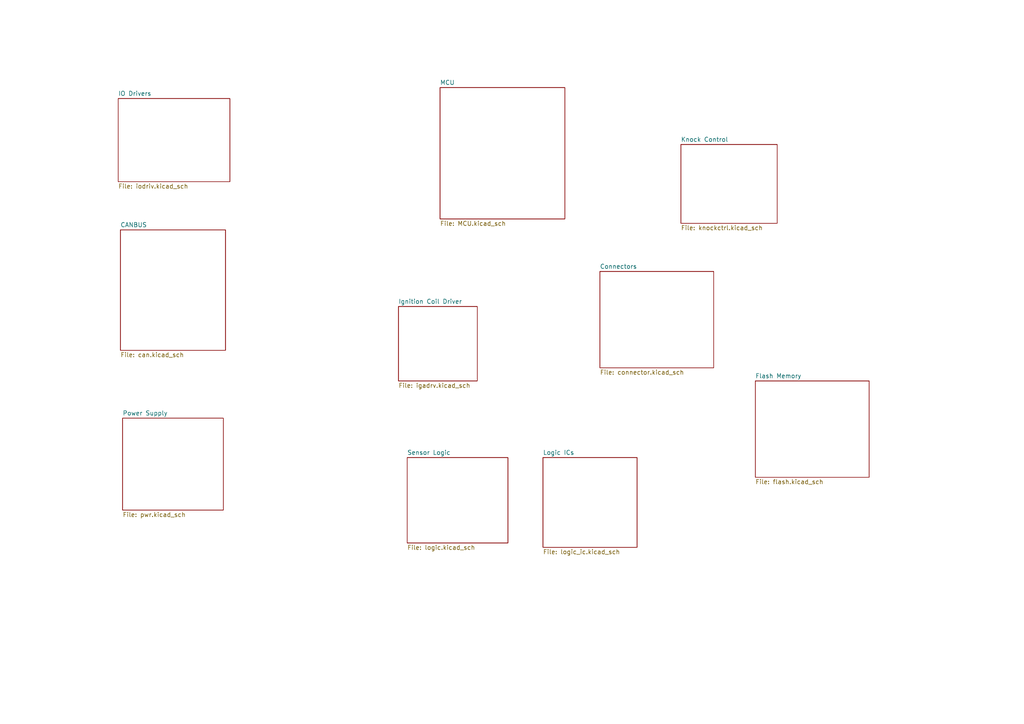
<source format=kicad_sch>
(kicad_sch
	(version 20250114)
	(generator "eeschema")
	(generator_version "9.0")
	(uuid "abd366a8-4ac6-4ee7-9079-ac453affd4f2")
	(paper "A4")
	(lib_symbols)
	(sheet
		(at 219.075 110.49)
		(size 33.02 27.94)
		(exclude_from_sim no)
		(in_bom yes)
		(on_board yes)
		(dnp no)
		(fields_autoplaced yes)
		(stroke
			(width 0.1524)
			(type solid)
		)
		(fill
			(color 0 0 0 0.0000)
		)
		(uuid "133c64e9-fbfa-4356-988e-c005746342d3")
		(property "Sheetname" "Flash Memory"
			(at 219.075 109.7784 0)
			(effects
				(font
					(size 1.27 1.27)
				)
				(justify left bottom)
			)
		)
		(property "Sheetfile" "flash.kicad_sch"
			(at 219.075 139.0146 0)
			(effects
				(font
					(size 1.27 1.27)
				)
				(justify left top)
			)
		)
		(instances
			(project "5wy19_converted"
				(path "/abd366a8-4ac6-4ee7-9079-ac453affd4f2"
					(page "8")
				)
			)
		)
	)
	(sheet
		(at 127.635 25.4)
		(size 36.195 38.1)
		(exclude_from_sim no)
		(in_bom yes)
		(on_board yes)
		(dnp no)
		(fields_autoplaced yes)
		(stroke
			(width 0.1524)
			(type solid)
		)
		(fill
			(color 0 0 0 0.0000)
		)
		(uuid "145007d0-27ba-4f49-89d1-395ce4dfce9f")
		(property "Sheetname" "MCU"
			(at 127.635 24.6884 0)
			(effects
				(font
					(size 1.27 1.27)
				)
				(justify left bottom)
			)
		)
		(property "Sheetfile" "MCU.kicad_sch"
			(at 127.635 64.0846 0)
			(effects
				(font
					(size 1.27 1.27)
				)
				(justify left top)
			)
		)
		(instances
			(project "5wy19_converted"
				(path "/abd366a8-4ac6-4ee7-9079-ac453affd4f2"
					(page "2")
				)
			)
		)
	)
	(sheet
		(at 157.48 132.715)
		(size 27.305 26.035)
		(exclude_from_sim no)
		(in_bom yes)
		(on_board yes)
		(dnp no)
		(fields_autoplaced yes)
		(stroke
			(width 0.1524)
			(type solid)
		)
		(fill
			(color 0 0 0 0.0000)
		)
		(uuid "21a6ac61-dfba-469d-ae39-678661793657")
		(property "Sheetname" "Logic ICs"
			(at 157.48 132.0034 0)
			(effects
				(font
					(size 1.27 1.27)
				)
				(justify left bottom)
			)
		)
		(property "Sheetfile" "logic_ic.kicad_sch"
			(at 157.48 159.3346 0)
			(effects
				(font
					(size 1.27 1.27)
				)
				(justify left top)
			)
		)
		(instances
			(project "5wy19_converted"
				(path "/abd366a8-4ac6-4ee7-9079-ac453affd4f2"
					(page "11")
				)
			)
		)
	)
	(sheet
		(at 115.57 88.9)
		(size 22.86 21.59)
		(exclude_from_sim no)
		(in_bom yes)
		(on_board yes)
		(dnp no)
		(fields_autoplaced yes)
		(stroke
			(width 0.1524)
			(type solid)
		)
		(fill
			(color 0 0 0 0.0000)
		)
		(uuid "3c1d2749-c93e-417f-8348-409e066cb267")
		(property "Sheetname" "Ignition Coil Driver"
			(at 115.57 88.1884 0)
			(effects
				(font
					(size 1.27 1.27)
				)
				(justify left bottom)
			)
		)
		(property "Sheetfile" "igadrv.kicad_sch"
			(at 115.57 111.0746 0)
			(effects
				(font
					(size 1.27 1.27)
				)
				(justify left top)
			)
		)
		(instances
			(project "5wy19_converted"
				(path "/abd366a8-4ac6-4ee7-9079-ac453affd4f2"
					(page "7")
				)
			)
		)
	)
	(sheet
		(at 118.11 132.715)
		(size 29.21 24.765)
		(exclude_from_sim no)
		(in_bom yes)
		(on_board yes)
		(dnp no)
		(fields_autoplaced yes)
		(stroke
			(width 0.1524)
			(type solid)
		)
		(fill
			(color 0 0 0 0.0000)
		)
		(uuid "8db61b77-fa8b-407d-9bc3-1590cbdd5646")
		(property "Sheetname" "Sensor Logic"
			(at 118.11 132.0034 0)
			(effects
				(font
					(size 1.27 1.27)
				)
				(justify left bottom)
			)
		)
		(property "Sheetfile" "logic.kicad_sch"
			(at 118.11 158.0646 0)
			(effects
				(font
					(size 1.27 1.27)
				)
				(justify left top)
			)
		)
		(instances
			(project "5wy19_converted"
				(path "/abd366a8-4ac6-4ee7-9079-ac453affd4f2"
					(page "10")
				)
			)
		)
	)
	(sheet
		(at 197.485 41.91)
		(size 27.94 22.86)
		(exclude_from_sim no)
		(in_bom yes)
		(on_board yes)
		(dnp no)
		(fields_autoplaced yes)
		(stroke
			(width 0.1524)
			(type solid)
		)
		(fill
			(color 0 0 0 0.0000)
		)
		(uuid "b6ba1acc-1008-49db-a1a5-782b46549b03")
		(property "Sheetname" "Knock Control"
			(at 197.485 41.1984 0)
			(effects
				(font
					(size 1.27 1.27)
				)
				(justify left bottom)
			)
		)
		(property "Sheetfile" "knockctrl.kicad_sch"
			(at 197.485 65.3546 0)
			(effects
				(font
					(size 1.27 1.27)
				)
				(justify left top)
			)
		)
		(instances
			(project "5wy19_converted"
				(path "/abd366a8-4ac6-4ee7-9079-ac453affd4f2"
					(page "6")
				)
			)
		)
	)
	(sheet
		(at 173.99 78.74)
		(size 33.02 27.94)
		(exclude_from_sim no)
		(in_bom yes)
		(on_board yes)
		(dnp no)
		(fields_autoplaced yes)
		(stroke
			(width 0.1524)
			(type solid)
		)
		(fill
			(color 0 0 0 0.0000)
		)
		(uuid "bc4d73a4-42bb-41fb-9a50-e228e89a451a")
		(property "Sheetname" "Connectors"
			(at 173.99 78.0284 0)
			(effects
				(font
					(size 1.27 1.27)
				)
				(justify left bottom)
			)
		)
		(property "Sheetfile" "connector.kicad_sch"
			(at 173.99 107.2646 0)
			(effects
				(font
					(size 1.27 1.27)
				)
				(justify left top)
			)
		)
		(instances
			(project "5wy19_converted"
				(path "/abd366a8-4ac6-4ee7-9079-ac453affd4f2"
					(page "3")
				)
			)
		)
	)
	(sheet
		(at 34.925 66.675)
		(size 30.48 34.925)
		(exclude_from_sim no)
		(in_bom yes)
		(on_board yes)
		(dnp no)
		(fields_autoplaced yes)
		(stroke
			(width 0.1524)
			(type solid)
		)
		(fill
			(color 0 0 0 0.0000)
		)
		(uuid "bcea594f-5802-461c-b871-25b4e6f18846")
		(property "Sheetname" "CANBUS"
			(at 34.925 65.9634 0)
			(effects
				(font
					(size 1.27 1.27)
				)
				(justify left bottom)
			)
		)
		(property "Sheetfile" "can.kicad_sch"
			(at 34.925 102.1846 0)
			(effects
				(font
					(size 1.27 1.27)
				)
				(justify left top)
			)
		)
		(instances
			(project "5wy19_converted"
				(path "/abd366a8-4ac6-4ee7-9079-ac453affd4f2"
					(page "4")
				)
			)
		)
	)
	(sheet
		(at 35.56 121.285)
		(size 29.21 26.67)
		(exclude_from_sim no)
		(in_bom yes)
		(on_board yes)
		(dnp no)
		(fields_autoplaced yes)
		(stroke
			(width 0.1524)
			(type solid)
		)
		(fill
			(color 0 0 0 0.0000)
		)
		(uuid "c4e8148c-e0d9-424a-a1b0-b7edb94ab807")
		(property "Sheetname" "Power Supply"
			(at 35.56 120.5734 0)
			(effects
				(font
					(size 1.27 1.27)
				)
				(justify left bottom)
			)
		)
		(property "Sheetfile" "pwr.kicad_sch"
			(at 35.56 148.5396 0)
			(effects
				(font
					(size 1.27 1.27)
				)
				(justify left top)
			)
		)
		(instances
			(project "5wy19_converted"
				(path "/abd366a8-4ac6-4ee7-9079-ac453affd4f2"
					(page "9")
				)
			)
		)
	)
	(sheet
		(at 34.29 28.575)
		(size 32.385 24.13)
		(exclude_from_sim no)
		(in_bom yes)
		(on_board yes)
		(dnp no)
		(fields_autoplaced yes)
		(stroke
			(width 0.1524)
			(type solid)
		)
		(fill
			(color 0 0 0 0.0000)
		)
		(uuid "f88e46d2-0cde-4bed-8405-a12b94d56d1d")
		(property "Sheetname" "IO Drivers"
			(at 34.29 27.8634 0)
			(effects
				(font
					(size 1.27 1.27)
				)
				(justify left bottom)
			)
		)
		(property "Sheetfile" "iodriv.kicad_sch"
			(at 34.29 53.2896 0)
			(effects
				(font
					(size 1.27 1.27)
				)
				(justify left top)
			)
		)
		(instances
			(project "5wy19_converted"
				(path "/abd366a8-4ac6-4ee7-9079-ac453affd4f2"
					(page "5")
				)
			)
		)
	)
	(sheet_instances
		(path "/"
			(page "1")
		)
	)
	(embedded_fonts no)
	(embedded_files
		(file
			(name "a4_sheet.kicad_wks")
			(type worksheet)
			(data |KLUv/WCyCWUVAOYdXyEAtxsWHGS5ZWWMnPes1oTrDHxAamZlFGe+cSP//z/UEwFVAE4AWQBZxP/Y
				I/F/PDdP2uP15E7kfMdDg6XW7M+Dl+TjDQ3Wou2nW37JvwAABASk6L2c1qLiVBd0TkhWnfF32Uf3
				GDBKKaLO2iO+ZfZRARAQlCESB+y+GyoEkyIKgB9xh7atXWKyolV/yd97OxG29rSmUv7G+52TnrOP
				GX8f9uxZhT4ceu3h32//fIOjCOeuq/7RRRF/tWuDo2O17dWfuy+rql3sxv88ncVeNEtm8dPFgCH2
				elqKWjeNdhn5BcOqjiC6zolZiYtS2TAXTcNxZI0tgiJYy7a9FL2wrkRK4zIHR8tgMBuK0Az/zpFz
				NmX/0b82de6XIpCtTTNTtT09zwsBgYEmEBajliJBrzoRlKNoE9PYkSJuVGvWDSWzTCqNhXVBuMzC
				aRoEg2HVSigmGUWTbI/7+G7Y/e2ENakm4TYu/MtVCt5+9w/msujgkBqAW9XfiRl3OjsZgIag8Uik
				nBkSkSRJCh2ARKQEqRu7hKdi4cjAXYATDJrrgiyVqB5BaVnTnmFqzGMhjh02UaDwI+/JDYhkwE1+
				oiWYGJyVzjshTDD0CinBCdehnAIXCweHmfZh3U/JiARvBhsU+g7YFl/8gApvNEzZR3V5MXUosH5p
				h5bFEMyCUT+GlyWkxcLPFc9eB/YJLdpa64YJjwaBJlg+SBe/S+6HaTWdhIMO+D3QvmVSTLCcK2b+
				0XtQwxANMfmhqqTNQi575T6CukIvbbWhQUh3Tn+iQtGbM3hA7o9yj9YD7CxuOVZd9Nof843reekX
				AiGjJjEdkIkII4RBgfzpkDYl4WVd9Ch/FXjg4AGRGSLFbNFJSmuTchkRQ07niL2UXk1qmpaN9d+x
				XMRt5KIP6RisKg==|
			)
			(checksum "5EDB5D516FD496EB6CB7D2D798AC4F3B")
		)
	)
)

</source>
